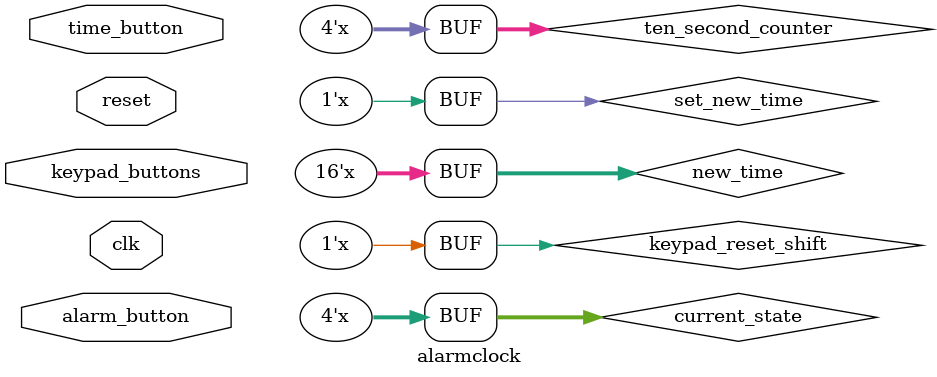
<source format=v>

module alarmclock(
  input wire clk, 
  input wire reset,
  input wire alarm_button, 
  input wire time_button,
  input wire[9:0] keypad_buttons
);
parameter DISP_SHOW_CURRENT = 2'h0;
parameter DISP_SHOW_ALARM = 2'h1;
parameter DISP_SHOW_KEYPAD = 2'h2;

//holds the current time signal 
wire [15:0] current_time;
//holds the alarm time value
reg [15:0] alarm_time;
//holds the time that is given by the keypad
wire [15:0] keypad_time;
//selector for display mux
reg [1:0] selector;
//7 segment inputs
wire[3:0] segment_0, segment_1, segment_2, segment_3;
//7 segment display outputs
wire[6:0] s0_disp, s1_disp, s2_disp, s3_disp;
//tells the keypad if we want to reset the shift register
reg keypad_reset_shift;
//pulse that occurs when the keypad gets a button press and shifts a value in
wire keypad_shift_pulse;
//holds values when combined with set_new_time to set the time in the counting logic
reg[15:0] new_time;
//signal to counting logic to read/set the new time from set_new_time_hr and set_new_time_min
reg set_new_time;
//signal generated by timing generator to let us know 1 second has passed
wire one_second;
//signal generated by timing generator to let us know that 1 minute has passed
wire one_minute;
//pulsed when its time to raise the alarm
wire sound_alarm;
//holds a counter for the 10 second pulse
reg[3:0] ten_second_counter;
//holds state machine state
reg[3:0] current_state; 
parameter STATE_CURRENT_TIME = 4'h0;
parameter  STATE_DISPLAY_KEYPAD = 4'h1;
parameter STATE_DISPLAY_ALARM = 4'h2;
//first hook up timing gen
timinggenerator timing(clk, reset, one_second, one_minute);
//then counting logic to keep current_time
countinglogic count(one_minute, reset, set_new_time, new_time, current_time);
//then comparator so we know to sound the alarm
comparator timing_comparator(clk, current_time, alarm_time, sound_alarm);
//note that display segement digit mapping is HH:MM in 24 hr format
// H(segment_0) H (segment_1) : M(segment_2) M(segment_3)
multiplexor display_multiplexor(current_time, alarm_time, keypad_time, selector, segment_0, segment_1, segment_2, segment_3);
//connect 7 segment display inputs and outputs
sevensegment s0(segment_0, s0_disp);
sevensegment s1(segment_1, s1_disp);
sevensegment s2(segment_2, s2_disp);
sevensegment s3(segment_3, s3_disp);
//last component is keypad
keypad keys(clk, keypad_buttons, keypad_reset_shift, keypad_time, keypad_shift_pulse);

initial begin
  selector = 2'b00;
  alarm_time = {4'h1, 4'h2, 4'h0, 4'h0}; //alarm time set for 12:00 by default
  ten_second_counter = 4'h0;
  current_state = STATE_CURRENT_TIME;
end

always@(reset, one_second, alarm_button, time_button, keypad_shift_pulse) begin
  //handle reset
  if(reset == 1) begin
    selector = 2'b00; //reset the display mux selector
    alarm_time = {4'h1, 4'h2, 4'h0, 4'h0}; //alarm time set for 12:00 by default
  end
  
  //main state machine
  case(current_state)
    STATE_CURRENT_TIME : begin
      //reset the set new time and kp 
      set_new_time = 0;
      keypad_reset_shift = 0;
      selector = DISP_SHOW_CURRENT;
      //alarm button means show the alarm time
      if(alarm_button) begin
        current_state = STATE_DISPLAY_ALARM;
      end
      
      if(keypad_shift_pulse) begin
        //reset our ten second counter, show the keypad
        ten_second_counter = 0;
        current_state = STATE_DISPLAY_KEYPAD;
      end
    end
    STATE_DISPLAY_KEYPAD : begin
      selector = DISP_SHOW_KEYPAD;
      if(one_second) begin
        ten_second_counter = ten_second_counter + 1;
      end
      
      //check if we hit the 10 second mark
      if(ten_second_counter == 10) begin
        ten_second_counter = 0;
        //reset keypad
        keypad_reset_shift = 1;
        current_state = STATE_CURRENT_TIME;
      end
      
      //check if time needs to be set
      if(time_button) begin
        new_time = keypad_time;
        set_new_time = 1;
        keypad_reset_shift = 1;
        current_state = STATE_CURRENT_TIME;
      end
      
      //check if alarm needs to be set
      if(alarm_button) begin
        alarm_time = keypad_time;
        keypad_reset_shift = 1;
        current_state = STATE_CURRENT_TIME;
      end
    end
    STATE_DISPLAY_ALARM : begin
      selector = DISP_SHOW_ALARM;
      if(!alarm_button) begin
        current_state = STATE_CURRENT_TIME;
      end
    end
  endcase
end

initial begin
  //this is the output of the display muxes 4 digits
  $monitor($time," \n %c\t %c\t %c\t %c\n%c%c%c\t%c%c%c\t%c%c%c\t%c%c%c\n%c%c%c\t%c%c%c\t%c%c%c\t%c%c%c\n" ,
  s3_disp[0] ? "_" : " ", s2_disp[0] ? "_" : " ", s1_disp[0] ? "_" : " ", s0_disp[0] ? "_" : " ",
  
  s3_disp[5] ? "|" : " ", s3_disp[6] ? "_" : " ", s3_disp[1] ? "|" : " ", 
  s2_disp[5] ? "|" : " ", s2_disp[6] ? "_" : " ", s2_disp[1] ? "|" : " ", 
  s1_disp[5] ? "|" : " ", s1_disp[6] ? "_" : " ", s1_disp[1] ? "|" : " ", 
  s0_disp[5] ? "|" : " ", s0_disp[6] ? "_" : " ", s0_disp[1] ? "|" : " ",
   
  s3_disp[4] ? "|" : " ", s3_disp[3] ? "_" : " ", s3_disp[2] ? "|" : " ",
  s2_disp[4] ? "|" : " ", s2_disp[3] ? "_" : " ", s2_disp[2] ? "|" : " ",
  s1_disp[4] ? "|" : " ", s1_disp[3] ? "_" : " ", s1_disp[2] ? "|" : " ",
  s0_disp[4] ? "|" : " ", s0_disp[3] ? "_" : " ", s0_disp[2] ? "|" : " "
  
  );
end


endmodule

</source>
